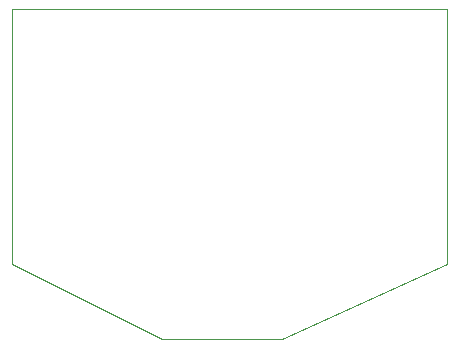
<source format=gbr>
%TF.GenerationSoftware,KiCad,Pcbnew,8.0.4*%
%TF.CreationDate,2024-08-17T03:45:06-04:00*%
%TF.ProjectId,8216 substitute,38323136-2073-4756-9273-746974757465,rev?*%
%TF.SameCoordinates,Original*%
%TF.FileFunction,Profile,NP*%
%FSLAX46Y46*%
G04 Gerber Fmt 4.6, Leading zero omitted, Abs format (unit mm)*
G04 Created by KiCad (PCBNEW 8.0.4) date 2024-08-17 03:45:06*
%MOMM*%
%LPD*%
G01*
G04 APERTURE LIST*
%TA.AperFunction,Profile*%
%ADD10C,0.100000*%
%TD*%
G04 APERTURE END LIST*
D10*
X106680000Y-77470000D02*
X106680000Y-55880000D01*
X92710000Y-83820000D02*
X106680000Y-77470000D01*
X82550000Y-83820000D02*
X92710000Y-83820000D01*
X69850000Y-77470000D02*
X82550000Y-83820000D01*
X69850000Y-55880000D02*
X69850000Y-77470000D01*
X106680000Y-55880000D02*
X69850000Y-55880000D01*
M02*

</source>
